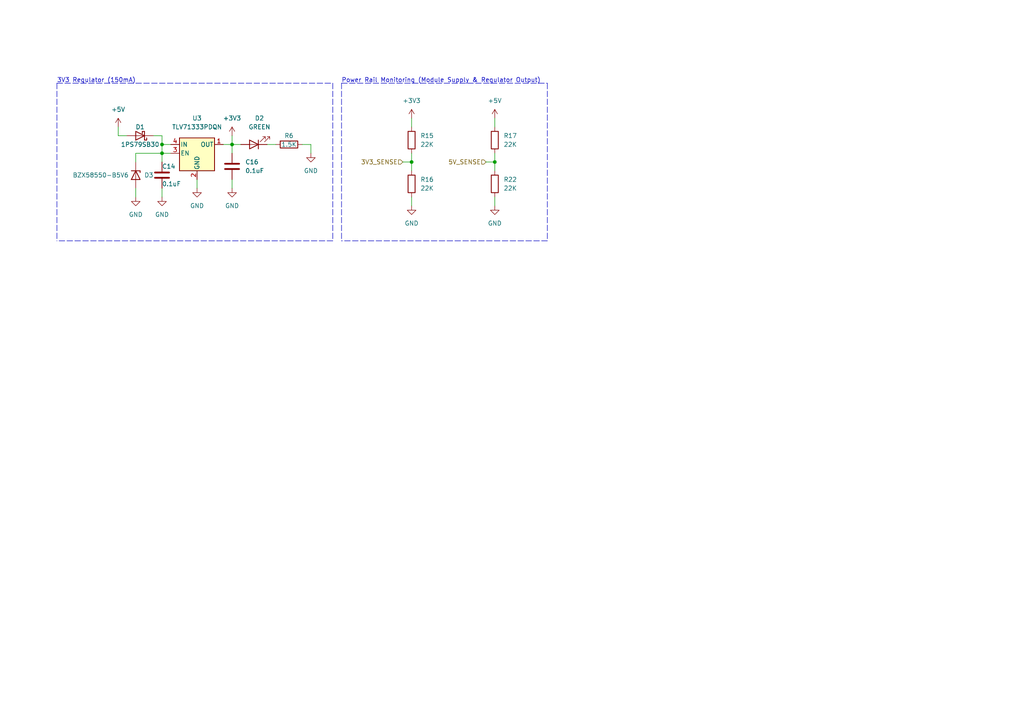
<source format=kicad_sch>
(kicad_sch (version 20211123) (generator eeschema)
  (paper "A4")
  (lib_symbols
    (symbol "Device:C" (pin_numbers hide) (pin_names (offset 0.254))
      (property "Reference" "C" (at 0.635 2.54 0))
      (property "Value" "C" (at 0.635 -2.54 0))
      (symbol "C_0_1"
        (polyline (pts (xy -2.032 -0.762) (xy 2.032 -0.762)) (stroke (width 0.508)))
        (polyline (pts (xy -2.032 0.762) (xy 2.032 0.762)) (stroke (width 0.508)))
      )
      (symbol "C_1_1"
        (pin passive line (at 0 3.81 270) (length 2.794) (name "~") (number "1"))
        (pin passive line (at 0 -3.81 90) (length 2.794) (name "~") (number "2"))
      )
    )
    (symbol "Device:D_Schottky" (pin_numbers hide) (pin_names (offset 1.016) hide)
      (property "Reference" "D" (at 0 2.54 0))
      (property "Value" "D_Schottky" (at 0 -2.54 0))
      (symbol "D_Schottky_0_1"
        (polyline (pts (xy 1.27 0) (xy -1.27 0)))
        (polyline (pts (xy 1.27 1.27) (xy 1.27 -1.27) (xy -1.27 0) (xy 1.27 1.27)) (stroke (width 0.254)))
        (polyline (pts (xy -1.905 0.635) (xy -1.905 1.27) (xy -1.27 1.27) (xy -1.27 -1.27) (xy -0.635 -1.27) (xy -0.635 -0.635)) (stroke (width 0.254)))
      )
      (symbol "D_Schottky_1_1"
        (pin passive line (at -3.81 0 0) (length 2.54) (name "K") (number "1"))
        (pin passive line (at 3.81 0 180) (length 2.54) (name "A") (number "2"))
      )
    )
    (symbol "Device:D_Zener" (pin_numbers hide) (pin_names (offset 1.016) hide)
      (property "Reference" "D" (at 0 2.54 0))
      (property "Value" "D_Zener" (at 0 -2.54 0))
      (symbol "D_Zener_0_1"
        (polyline (pts (xy 1.27 0) (xy -1.27 0)))
        (polyline (pts (xy -1.27 -1.27) (xy -1.27 1.27) (xy -0.762 1.27)) (stroke (width 0.254)))
        (polyline (pts (xy 1.27 -1.27) (xy 1.27 1.27) (xy -1.27 0) (xy 1.27 -1.27)) (stroke (width 0.254)))
      )
      (symbol "D_Zener_1_1"
        (pin passive line (at -3.81 0 0) (length 2.54) (name "K") (number "1"))
        (pin passive line (at 3.81 0 180) (length 2.54) (name "A") (number "2"))
      )
    )
    (symbol "Device:LED" (pin_numbers hide) (pin_names (offset 1.016) hide)
      (property "Reference" "D" (at 0 2.54 0))
      (property "Value" "LED" (at 0 -2.54 0))
      (symbol "LED_0_1"
        (polyline (pts (xy -1.27 -1.27) (xy -1.27 1.27)) (stroke (width 0.254)))
        (polyline (pts (xy -1.27 0) (xy 1.27 0)))
        (polyline (pts (xy 1.27 -1.27) (xy 1.27 1.27) (xy -1.27 0) (xy 1.27 -1.27)) (stroke (width 0.254)))
        (polyline (pts (xy -3.048 -0.762) (xy -4.572 -2.286) (xy -3.81 -2.286) (xy -4.572 -2.286) (xy -4.572 -1.524)))
        (polyline (pts (xy -1.778 -0.762) (xy -3.302 -2.286) (xy -2.54 -2.286) (xy -3.302 -2.286) (xy -3.302 -1.524)))
      )
      (symbol "LED_1_1"
        (pin passive line (at -3.81 0 0) (length 2.54) (name "K") (number "1"))
        (pin passive line (at 3.81 0 180) (length 2.54) (name "A") (number "2"))
      )
    )
    (symbol "Device:R" (pin_numbers hide) (pin_names (offset 0))
      (property "Reference" "R" (at 2.032 0 90))
      (property "Value" "R" (at 0 0 90))
      (symbol "R_0_1"
        (rectangle (start -1.016 -2.54) (end 1.016 2.54) (stroke (width 0.254)))
      )
      (symbol "R_1_1"
        (pin passive line (at 0 3.81 270) (length 1.27) (name "~") (number "1"))
        (pin passive line (at 0 -3.81 90) (length 1.27) (name "~") (number "2"))
      )
    )
    (symbol "TLV71333PDQ:TLV71333PDQN" (pin_names (offset 0.254))
      (property "Reference" "U" (at -3.81 5.715 0))
      (property "Value" "TLV71333PDQN" (at 0 5.715 0))
      (symbol "TLV71333PDQN_0_1"
        (rectangle (start -5.08 4.445) (end 5.08 -5.08) (stroke (width 0.254)) (fill (type background)))
      )
      (symbol "TLV71333PDQN_1_1"
        (pin power_out line (at 7.62 2.54 180) (length 2.54) (name "OUT") (number "1"))
        (pin power_in line (at 0 -7.62 90) (length 2.54) (name "GND") (number "2"))
        (pin input line (at -7.62 0 0) (length 2.54) (name "EN") (number "3"))
        (pin power_in line (at -7.62 2.54 0) (length 2.54) (name "IN") (number "4"))
        (pin power_in line (at 0 -7.62 90) (length 2.54) hide (name "GND") (number "5"))
      )
    )
    (symbol "power:+3V3" (power) (pin_names (offset 0))
      (property "Value" "+3V3" (at 0 3.556 0))
      (symbol "+3V3_0_1"
        (polyline (pts (xy -0.762 1.27) (xy 0 2.54)))
        (polyline (pts (xy 0 0) (xy 0 2.54)))
        (polyline (pts (xy 0 2.54) (xy 0.762 1.27)))
      )
      (symbol "+3V3_1_1"
        (pin power_in line (at 0 0 90) (length 0) hide (name "+3V3") (number "1"))
      )
    )
    (symbol "power:+5V" (power) (pin_names (offset 0))
      (property "Value" "+5V" (at 0 3.556 0))
      (symbol "+5V_0_1"
        (polyline (pts (xy -0.762 1.27) (xy 0 2.54)))
        (polyline (pts (xy 0 0) (xy 0 2.54)))
        (polyline (pts (xy 0 2.54) (xy 0.762 1.27)))
      )
      (symbol "+5V_1_1"
        (pin power_in line (at 0 0 90) (length 0) hide (name "+5V") (number "1"))
      )
    )
    (symbol "power:GND" (power) (pin_names (offset 0))
      (property "Value" "GND" (at 0 -3.81 0))
      (symbol "GND_0_1"
        (polyline (pts (xy 0 0) (xy 0 -1.27) (xy 1.27 -1.27) (xy 0 -2.54) (xy -1.27 -1.27) (xy 0 -1.27)))
      )
      (symbol "GND_1_1"
        (pin power_in line (at 0 0 270) (length 0) hide (name "GND") (number "1"))
      )
    )
  )
  (junction (at 46.99 41.91))
  (junction (at 143.51 46.99))
  (junction (at 46.99 44.45))
  (junction (at 67.31 41.91))
  (junction (at 119.38 46.99))
  (wire (pts (xy 143.51 57.15) (xy 143.51 59.69)))
  (wire (pts (xy 34.29 36.83) (xy 34.29 39.37)))
  (wire (pts (xy 90.17 41.91) (xy 87.63 41.91)))
  (polyline (pts (xy 96.52 24.13) (xy 96.52 69.85)))
  (wire (pts (xy 44.45 39.37) (xy 46.99 39.37)))
  (wire (pts (xy 143.51 44.45) (xy 143.51 46.99)))
  (wire (pts (xy 46.99 41.91) (xy 49.53 41.91)))
  (wire (pts (xy 46.99 54.61) (xy 46.99 57.15)))
  (wire (pts (xy 39.37 44.45) (xy 39.37 46.99)))
  (wire (pts (xy 143.51 34.29) (xy 143.51 36.83)))
  (wire (pts (xy 77.47 41.91) (xy 80.01 41.91)))
  (wire (pts (xy 67.31 41.91) (xy 67.31 44.45)))
  (wire (pts (xy 46.99 39.37) (xy 46.99 41.91)))
  (polyline (pts (xy 99.06 24.13) (xy 158.75 24.13)))
  (wire (pts (xy 67.31 52.07) (xy 67.31 54.61)))
  (wire (pts (xy 34.29 39.37) (xy 36.83 39.37)))
  (wire (pts (xy 46.99 44.45) (xy 39.37 44.45)))
  (wire (pts (xy 46.99 46.99) (xy 46.99 44.45)))
  (wire (pts (xy 39.37 54.61) (xy 39.37 57.15)))
  (wire (pts (xy 64.77 41.91) (xy 67.31 41.91)))
  (polyline (pts (xy 16.51 24.13) (xy 16.51 69.85)))
  (wire (pts (xy 46.99 44.45) (xy 49.53 44.45)))
  (wire (pts (xy 90.17 44.45) (xy 90.17 41.91)))
  (wire (pts (xy 119.38 46.99) (xy 119.38 49.53)))
  (wire (pts (xy 140.97 46.99) (xy 143.51 46.99)))
  (wire (pts (xy 57.15 52.07) (xy 57.15 54.61)))
  (polyline (pts (xy 158.75 69.85) (xy 99.06 69.85)))
  (polyline (pts (xy 99.06 24.13) (xy 99.06 69.85)))
  (wire (pts (xy 116.84 46.99) (xy 119.38 46.99)))
  (wire (pts (xy 143.51 46.99) (xy 143.51 49.53)))
  (wire (pts (xy 67.31 39.37) (xy 67.31 41.91)))
  (wire (pts (xy 46.99 41.91) (xy 46.99 44.45)))
  (wire (pts (xy 67.31 41.91) (xy 69.85 41.91)))
  (polyline (pts (xy 158.75 24.13) (xy 158.75 69.85)))
  (polyline (pts (xy 96.52 69.85) (xy 16.51 69.85)))
  (polyline (pts (xy 16.51 24.13) (xy 96.52 24.13)))
  (wire (pts (xy 119.38 44.45) (xy 119.38 46.99)))
  (wire (pts (xy 119.38 57.15) (xy 119.38 59.69)))
  (wire (pts (xy 119.38 34.29) (xy 119.38 36.83)))
  (text "Power Rail Monitoring (Module Supply & Regulator Output)" (at 99.06 24.13 0) (effects (font (size 1.27 1.27)) (justify left bottom)))
  (text "3V3 Regulator (150mA)" (at 16.51 24.13 0) (effects (font (size 1.27 1.27)) (justify left bottom)))
  (hierarchical_label "5V_SENSE" (shape input) (at 140.97 46.99 180))
  (hierarchical_label "3V3_SENSE" (shape input) (at 116.84 46.99 180))
  (symbol (lib_id "power:GND") (at 39.37 57.15 0) (unit 1)
    (property "Reference" "#PWR058" (effects hide))
    (property "Value" "GND" (at 39.37 62.23 0))
  )
  (symbol (lib_id "power:GND") (at 67.31 54.61 0) (unit 1)
    (property "Reference" "#PWR062" (effects hide))
    (property "Value" "GND" (at 67.31 59.69 0))
  )
  (symbol (lib_id "Device:R") (at 143.51 40.64 0) (unit 1)
    (property "Reference" "R17" (at 146.05 39.3699 0) (effects (justify left)))
    (property "Value" "22K" (at 146.05 41.9099 0) (effects (justify left)))
    (property "Footprint" "Resistor_SMD:R_0201_0603Metric" (effects hide))
  )
  (symbol (lib_id "Device:C") (at 67.31 48.26 0) (unit 1)
    (property "Reference" "C16" (at 71.12 46.9899 0) (effects (justify left)))
    (property "Value" "0.1uF" (at 71.12 49.5299 0) (effects (justify left)))
    (property "Footprint" "Capacitor_SMD:C_0603_1608Metric" (effects hide))
  )
  (symbol (lib_id "power:+5V") (at 143.51 34.29 0) (unit 1)
    (property "Reference" "#PWR066" (effects hide))
    (property "Value" "+5V" (at 143.51 29.21 0))
  )
  (symbol (lib_id "TLV71333PDQ:TLV71333PDQN") (at 57.15 44.45 0) (unit 1)
    (property "Reference" "U3" (at 57.15 34.29 0))
    (property "Value" "TLV71333PDQN" (at 57.15 36.83 0))
    (property "Footprint" "Package_SON:Texas_X2SON-4_1x1mm_P0.65mm" (effects hide))
    (property "Datasheet" "http://www.ti.com/lit/ds/symlink/tlv713p.pdf" (effects hide))
  )
  (symbol (lib_id "power:+5V") (at 34.29 36.83 0) (unit 1)
    (property "Reference" "#PWR057" (effects hide))
    (property "Value" "+5V" (at 34.29 31.75 0))
  )
  (symbol (lib_id "power:+3V3") (at 119.38 34.29 0) (unit 1)
    (property "Reference" "#PWR064" (effects hide))
    (property "Value" "+3V3" (at 119.38 29.21 0))
  )
  (symbol (lib_id "Device:R") (at 119.38 53.34 0) (unit 1)
    (property "Reference" "R16" (at 121.92 52.0699 0) (effects (justify left)))
    (property "Value" "22K" (at 121.92 54.6099 0) (effects (justify left)))
    (property "Footprint" "Resistor_SMD:R_0201_0603Metric" (effects hide))
  )
  (symbol (lib_id "power:GND") (at 46.99 57.15 0) (unit 1)
    (property "Reference" "#PWR059" (effects hide))
    (property "Value" "GND" (at 46.99 62.23 0))
  )
  (symbol (lib_id "Device:R") (at 83.82 41.91 90) (unit 1)
    (property "Reference" "R6" (at 83.82 39.37 90))
    (property "Value" "1.5K" (at 83.82 41.91 90))
    (property "Footprint" "Resistor_SMD:R_0402_1005Metric" (effects hide))
  )
  (symbol (lib_id "power:GND") (at 57.15 54.61 0) (unit 1)
    (property "Reference" "#PWR060" (effects hide))
    (property "Value" "GND" (at 57.15 59.69 0))
  )
  (symbol (lib_id "Device:C") (at 46.99 50.8 0) (unit 1)
    (property "Reference" "C14" (at 46.99 48.26 0) (effects (justify left)))
    (property "Value" "0.1uF" (at 46.99 53.34 0) (effects (justify left)))
    (property "Footprint" "Capacitor_SMD:C_0603_1608Metric" (effects hide))
  )
  (symbol (lib_id "power:+3V3") (at 67.31 39.37 0) (unit 1)
    (property "Reference" "#PWR061" (effects hide))
    (property "Value" "+3V3" (at 67.31 34.29 0))
  )
  (symbol (lib_id "power:GND") (at 90.17 44.45 0) (unit 1)
    (property "Reference" "#PWR063" (effects hide))
    (property "Value" "~" (at 90.17 49.53 0))
  )
  (symbol (lib_id "power:GND") (at 143.51 59.69 0) (unit 1)
    (property "Reference" "#PWR067" (effects hide))
    (property "Value" "GND" (at 143.51 64.77 0))
  )
  (symbol (lib_id "Device:R") (at 119.38 40.64 0) (unit 1)
    (property "Reference" "R15" (at 121.92 39.3699 0) (effects (justify left)))
    (property "Value" "22K" (at 121.92 41.9099 0) (effects (justify left)))
    (property "Footprint" "Resistor_SMD:R_0201_0603Metric" (effects hide))
  )
  (symbol (lib_id "Device:R") (at 143.51 53.34 0) (unit 1)
    (property "Reference" "R22" (at 146.05 52.0699 0) (effects (justify left)))
    (property "Value" "22K" (at 146.05 54.6099 0) (effects (justify left)))
    (property "Footprint" "Resistor_SMD:R_0201_0603Metric" (effects hide))
  )
  (symbol (lib_id "power:GND") (at 119.38 59.69 0) (unit 1)
    (property "Reference" "#PWR065" (effects hide))
    (property "Value" "GND" (at 119.38 64.77 0))
  )
  (symbol (lib_id "Device:D_Schottky") (at 40.64 39.37 180) (unit 1)
    (property "Reference" "D1" (at 40.64 36.83 0))
    (property "Value" "1PS79SB30" (at 40.64 41.91 0))
    (property "Footprint" "Diode_SMD:D_SOD-523" (effects hide))
  )
  (symbol (lib_id "Device:D_Zener") (at 39.37 50.8 270) (unit 1)
    (property "Reference" "D3" (at 43.18 50.8 90))
    (property "Value" "BZX58550-B5V6" (at 29.21 50.8 90))
    (property "Footprint" "Diode_SMD:D_SOD-523" (effects hide))
  )
  (symbol (lib_id "Device:LED") (at 73.66 41.91 180) (unit 1)
    (property "Reference" "D2" (at 75.2475 34.29 0))
    (property "Value" "GREEN" (at 75.2475 36.83 0))
    (property "Footprint" "LED_SMD:LED_0402_1005Metric" (effects hide))
    (property "Part" "QBLP595-IG" (effects hide))
  )
)
</source>
